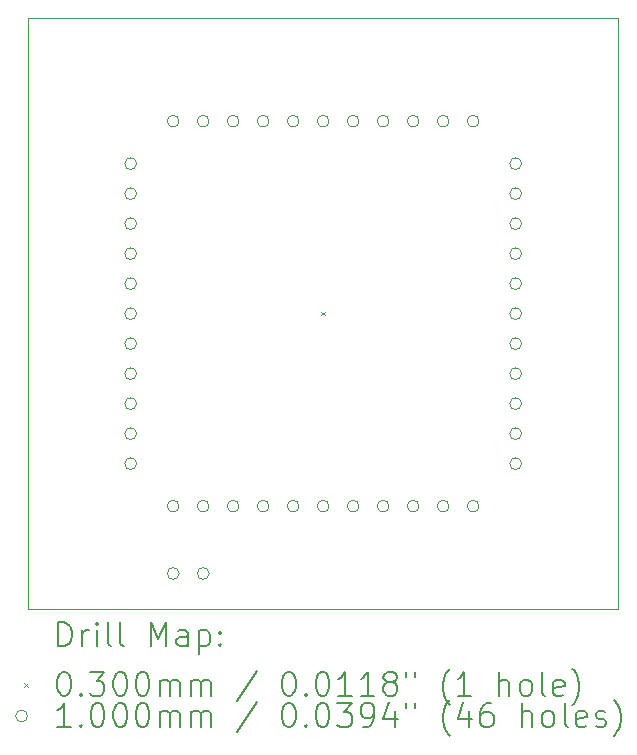
<source format=gbr>
%TF.GenerationSoftware,KiCad,Pcbnew,8.0.8*%
%TF.CreationDate,2025-02-12T12:16:03+09:00*%
%TF.ProjectId,OpenMPW-TR10,4f70656e-4d50-4572-9d54-5231302e6b69,rev?*%
%TF.SameCoordinates,Original*%
%TF.FileFunction,Drillmap*%
%TF.FilePolarity,Positive*%
%FSLAX45Y45*%
G04 Gerber Fmt 4.5, Leading zero omitted, Abs format (unit mm)*
G04 Created by KiCad (PCBNEW 8.0.8) date 2025-02-12 12:16:03*
%MOMM*%
%LPD*%
G01*
G04 APERTURE LIST*
%ADD10C,0.050000*%
%ADD11C,0.200000*%
%ADD12C,0.100000*%
G04 APERTURE END LIST*
D10*
X12500000Y-7500000D02*
X17500000Y-7500000D01*
X17500000Y-12500000D01*
X12500000Y-12500000D01*
X12500000Y-7500000D01*
D11*
D12*
X14985000Y-9985000D02*
X15015000Y-10015000D01*
X15015000Y-9985000D02*
X14985000Y-10015000D01*
X13420000Y-8730000D02*
G75*
G02*
X13320000Y-8730000I-50000J0D01*
G01*
X13320000Y-8730000D02*
G75*
G02*
X13420000Y-8730000I50000J0D01*
G01*
X13420000Y-8984000D02*
G75*
G02*
X13320000Y-8984000I-50000J0D01*
G01*
X13320000Y-8984000D02*
G75*
G02*
X13420000Y-8984000I50000J0D01*
G01*
X13420000Y-9238000D02*
G75*
G02*
X13320000Y-9238000I-50000J0D01*
G01*
X13320000Y-9238000D02*
G75*
G02*
X13420000Y-9238000I50000J0D01*
G01*
X13420000Y-9492000D02*
G75*
G02*
X13320000Y-9492000I-50000J0D01*
G01*
X13320000Y-9492000D02*
G75*
G02*
X13420000Y-9492000I50000J0D01*
G01*
X13420000Y-9746000D02*
G75*
G02*
X13320000Y-9746000I-50000J0D01*
G01*
X13320000Y-9746000D02*
G75*
G02*
X13420000Y-9746000I50000J0D01*
G01*
X13420000Y-10000000D02*
G75*
G02*
X13320000Y-10000000I-50000J0D01*
G01*
X13320000Y-10000000D02*
G75*
G02*
X13420000Y-10000000I50000J0D01*
G01*
X13420000Y-10254000D02*
G75*
G02*
X13320000Y-10254000I-50000J0D01*
G01*
X13320000Y-10254000D02*
G75*
G02*
X13420000Y-10254000I50000J0D01*
G01*
X13420000Y-10508000D02*
G75*
G02*
X13320000Y-10508000I-50000J0D01*
G01*
X13320000Y-10508000D02*
G75*
G02*
X13420000Y-10508000I50000J0D01*
G01*
X13420000Y-10762000D02*
G75*
G02*
X13320000Y-10762000I-50000J0D01*
G01*
X13320000Y-10762000D02*
G75*
G02*
X13420000Y-10762000I50000J0D01*
G01*
X13420000Y-11016000D02*
G75*
G02*
X13320000Y-11016000I-50000J0D01*
G01*
X13320000Y-11016000D02*
G75*
G02*
X13420000Y-11016000I50000J0D01*
G01*
X13420000Y-11270000D02*
G75*
G02*
X13320000Y-11270000I-50000J0D01*
G01*
X13320000Y-11270000D02*
G75*
G02*
X13420000Y-11270000I50000J0D01*
G01*
X13780000Y-8370000D02*
G75*
G02*
X13680000Y-8370000I-50000J0D01*
G01*
X13680000Y-8370000D02*
G75*
G02*
X13780000Y-8370000I50000J0D01*
G01*
X13780000Y-11630000D02*
G75*
G02*
X13680000Y-11630000I-50000J0D01*
G01*
X13680000Y-11630000D02*
G75*
G02*
X13780000Y-11630000I50000J0D01*
G01*
X13780000Y-12200000D02*
G75*
G02*
X13680000Y-12200000I-50000J0D01*
G01*
X13680000Y-12200000D02*
G75*
G02*
X13780000Y-12200000I50000J0D01*
G01*
X14034000Y-8370000D02*
G75*
G02*
X13934000Y-8370000I-50000J0D01*
G01*
X13934000Y-8370000D02*
G75*
G02*
X14034000Y-8370000I50000J0D01*
G01*
X14034000Y-11630000D02*
G75*
G02*
X13934000Y-11630000I-50000J0D01*
G01*
X13934000Y-11630000D02*
G75*
G02*
X14034000Y-11630000I50000J0D01*
G01*
X14034000Y-12200000D02*
G75*
G02*
X13934000Y-12200000I-50000J0D01*
G01*
X13934000Y-12200000D02*
G75*
G02*
X14034000Y-12200000I50000J0D01*
G01*
X14288000Y-8370000D02*
G75*
G02*
X14188000Y-8370000I-50000J0D01*
G01*
X14188000Y-8370000D02*
G75*
G02*
X14288000Y-8370000I50000J0D01*
G01*
X14288000Y-11630000D02*
G75*
G02*
X14188000Y-11630000I-50000J0D01*
G01*
X14188000Y-11630000D02*
G75*
G02*
X14288000Y-11630000I50000J0D01*
G01*
X14542000Y-8370000D02*
G75*
G02*
X14442000Y-8370000I-50000J0D01*
G01*
X14442000Y-8370000D02*
G75*
G02*
X14542000Y-8370000I50000J0D01*
G01*
X14542000Y-11630000D02*
G75*
G02*
X14442000Y-11630000I-50000J0D01*
G01*
X14442000Y-11630000D02*
G75*
G02*
X14542000Y-11630000I50000J0D01*
G01*
X14796000Y-8370000D02*
G75*
G02*
X14696000Y-8370000I-50000J0D01*
G01*
X14696000Y-8370000D02*
G75*
G02*
X14796000Y-8370000I50000J0D01*
G01*
X14796000Y-11630000D02*
G75*
G02*
X14696000Y-11630000I-50000J0D01*
G01*
X14696000Y-11630000D02*
G75*
G02*
X14796000Y-11630000I50000J0D01*
G01*
X15050000Y-8370000D02*
G75*
G02*
X14950000Y-8370000I-50000J0D01*
G01*
X14950000Y-8370000D02*
G75*
G02*
X15050000Y-8370000I50000J0D01*
G01*
X15050000Y-11630000D02*
G75*
G02*
X14950000Y-11630000I-50000J0D01*
G01*
X14950000Y-11630000D02*
G75*
G02*
X15050000Y-11630000I50000J0D01*
G01*
X15304000Y-8370000D02*
G75*
G02*
X15204000Y-8370000I-50000J0D01*
G01*
X15204000Y-8370000D02*
G75*
G02*
X15304000Y-8370000I50000J0D01*
G01*
X15304000Y-11630000D02*
G75*
G02*
X15204000Y-11630000I-50000J0D01*
G01*
X15204000Y-11630000D02*
G75*
G02*
X15304000Y-11630000I50000J0D01*
G01*
X15558000Y-8370000D02*
G75*
G02*
X15458000Y-8370000I-50000J0D01*
G01*
X15458000Y-8370000D02*
G75*
G02*
X15558000Y-8370000I50000J0D01*
G01*
X15558000Y-11630000D02*
G75*
G02*
X15458000Y-11630000I-50000J0D01*
G01*
X15458000Y-11630000D02*
G75*
G02*
X15558000Y-11630000I50000J0D01*
G01*
X15812000Y-8370000D02*
G75*
G02*
X15712000Y-8370000I-50000J0D01*
G01*
X15712000Y-8370000D02*
G75*
G02*
X15812000Y-8370000I50000J0D01*
G01*
X15812000Y-11630000D02*
G75*
G02*
X15712000Y-11630000I-50000J0D01*
G01*
X15712000Y-11630000D02*
G75*
G02*
X15812000Y-11630000I50000J0D01*
G01*
X16066000Y-8370000D02*
G75*
G02*
X15966000Y-8370000I-50000J0D01*
G01*
X15966000Y-8370000D02*
G75*
G02*
X16066000Y-8370000I50000J0D01*
G01*
X16066000Y-11630000D02*
G75*
G02*
X15966000Y-11630000I-50000J0D01*
G01*
X15966000Y-11630000D02*
G75*
G02*
X16066000Y-11630000I50000J0D01*
G01*
X16320000Y-8370000D02*
G75*
G02*
X16220000Y-8370000I-50000J0D01*
G01*
X16220000Y-8370000D02*
G75*
G02*
X16320000Y-8370000I50000J0D01*
G01*
X16320000Y-11630000D02*
G75*
G02*
X16220000Y-11630000I-50000J0D01*
G01*
X16220000Y-11630000D02*
G75*
G02*
X16320000Y-11630000I50000J0D01*
G01*
X16680000Y-8730000D02*
G75*
G02*
X16580000Y-8730000I-50000J0D01*
G01*
X16580000Y-8730000D02*
G75*
G02*
X16680000Y-8730000I50000J0D01*
G01*
X16680000Y-8984000D02*
G75*
G02*
X16580000Y-8984000I-50000J0D01*
G01*
X16580000Y-8984000D02*
G75*
G02*
X16680000Y-8984000I50000J0D01*
G01*
X16680000Y-9238000D02*
G75*
G02*
X16580000Y-9238000I-50000J0D01*
G01*
X16580000Y-9238000D02*
G75*
G02*
X16680000Y-9238000I50000J0D01*
G01*
X16680000Y-9492000D02*
G75*
G02*
X16580000Y-9492000I-50000J0D01*
G01*
X16580000Y-9492000D02*
G75*
G02*
X16680000Y-9492000I50000J0D01*
G01*
X16680000Y-9746000D02*
G75*
G02*
X16580000Y-9746000I-50000J0D01*
G01*
X16580000Y-9746000D02*
G75*
G02*
X16680000Y-9746000I50000J0D01*
G01*
X16680000Y-10000000D02*
G75*
G02*
X16580000Y-10000000I-50000J0D01*
G01*
X16580000Y-10000000D02*
G75*
G02*
X16680000Y-10000000I50000J0D01*
G01*
X16680000Y-10254000D02*
G75*
G02*
X16580000Y-10254000I-50000J0D01*
G01*
X16580000Y-10254000D02*
G75*
G02*
X16680000Y-10254000I50000J0D01*
G01*
X16680000Y-10508000D02*
G75*
G02*
X16580000Y-10508000I-50000J0D01*
G01*
X16580000Y-10508000D02*
G75*
G02*
X16680000Y-10508000I50000J0D01*
G01*
X16680000Y-10762000D02*
G75*
G02*
X16580000Y-10762000I-50000J0D01*
G01*
X16580000Y-10762000D02*
G75*
G02*
X16680000Y-10762000I50000J0D01*
G01*
X16680000Y-11016000D02*
G75*
G02*
X16580000Y-11016000I-50000J0D01*
G01*
X16580000Y-11016000D02*
G75*
G02*
X16680000Y-11016000I50000J0D01*
G01*
X16680000Y-11270000D02*
G75*
G02*
X16580000Y-11270000I-50000J0D01*
G01*
X16580000Y-11270000D02*
G75*
G02*
X16680000Y-11270000I50000J0D01*
G01*
D11*
X12758277Y-12813984D02*
X12758277Y-12613984D01*
X12758277Y-12613984D02*
X12805896Y-12613984D01*
X12805896Y-12613984D02*
X12834467Y-12623508D01*
X12834467Y-12623508D02*
X12853515Y-12642555D01*
X12853515Y-12642555D02*
X12863039Y-12661603D01*
X12863039Y-12661603D02*
X12872562Y-12699698D01*
X12872562Y-12699698D02*
X12872562Y-12728269D01*
X12872562Y-12728269D02*
X12863039Y-12766365D01*
X12863039Y-12766365D02*
X12853515Y-12785412D01*
X12853515Y-12785412D02*
X12834467Y-12804460D01*
X12834467Y-12804460D02*
X12805896Y-12813984D01*
X12805896Y-12813984D02*
X12758277Y-12813984D01*
X12958277Y-12813984D02*
X12958277Y-12680650D01*
X12958277Y-12718746D02*
X12967801Y-12699698D01*
X12967801Y-12699698D02*
X12977324Y-12690174D01*
X12977324Y-12690174D02*
X12996372Y-12680650D01*
X12996372Y-12680650D02*
X13015420Y-12680650D01*
X13082086Y-12813984D02*
X13082086Y-12680650D01*
X13082086Y-12613984D02*
X13072562Y-12623508D01*
X13072562Y-12623508D02*
X13082086Y-12633031D01*
X13082086Y-12633031D02*
X13091610Y-12623508D01*
X13091610Y-12623508D02*
X13082086Y-12613984D01*
X13082086Y-12613984D02*
X13082086Y-12633031D01*
X13205896Y-12813984D02*
X13186848Y-12804460D01*
X13186848Y-12804460D02*
X13177324Y-12785412D01*
X13177324Y-12785412D02*
X13177324Y-12613984D01*
X13310658Y-12813984D02*
X13291610Y-12804460D01*
X13291610Y-12804460D02*
X13282086Y-12785412D01*
X13282086Y-12785412D02*
X13282086Y-12613984D01*
X13539229Y-12813984D02*
X13539229Y-12613984D01*
X13539229Y-12613984D02*
X13605896Y-12756841D01*
X13605896Y-12756841D02*
X13672562Y-12613984D01*
X13672562Y-12613984D02*
X13672562Y-12813984D01*
X13853515Y-12813984D02*
X13853515Y-12709222D01*
X13853515Y-12709222D02*
X13843991Y-12690174D01*
X13843991Y-12690174D02*
X13824943Y-12680650D01*
X13824943Y-12680650D02*
X13786848Y-12680650D01*
X13786848Y-12680650D02*
X13767801Y-12690174D01*
X13853515Y-12804460D02*
X13834467Y-12813984D01*
X13834467Y-12813984D02*
X13786848Y-12813984D01*
X13786848Y-12813984D02*
X13767801Y-12804460D01*
X13767801Y-12804460D02*
X13758277Y-12785412D01*
X13758277Y-12785412D02*
X13758277Y-12766365D01*
X13758277Y-12766365D02*
X13767801Y-12747317D01*
X13767801Y-12747317D02*
X13786848Y-12737793D01*
X13786848Y-12737793D02*
X13834467Y-12737793D01*
X13834467Y-12737793D02*
X13853515Y-12728269D01*
X13948753Y-12680650D02*
X13948753Y-12880650D01*
X13948753Y-12690174D02*
X13967801Y-12680650D01*
X13967801Y-12680650D02*
X14005896Y-12680650D01*
X14005896Y-12680650D02*
X14024943Y-12690174D01*
X14024943Y-12690174D02*
X14034467Y-12699698D01*
X14034467Y-12699698D02*
X14043991Y-12718746D01*
X14043991Y-12718746D02*
X14043991Y-12775888D01*
X14043991Y-12775888D02*
X14034467Y-12794936D01*
X14034467Y-12794936D02*
X14024943Y-12804460D01*
X14024943Y-12804460D02*
X14005896Y-12813984D01*
X14005896Y-12813984D02*
X13967801Y-12813984D01*
X13967801Y-12813984D02*
X13948753Y-12804460D01*
X14129705Y-12794936D02*
X14139229Y-12804460D01*
X14139229Y-12804460D02*
X14129705Y-12813984D01*
X14129705Y-12813984D02*
X14120182Y-12804460D01*
X14120182Y-12804460D02*
X14129705Y-12794936D01*
X14129705Y-12794936D02*
X14129705Y-12813984D01*
X14129705Y-12690174D02*
X14139229Y-12699698D01*
X14139229Y-12699698D02*
X14129705Y-12709222D01*
X14129705Y-12709222D02*
X14120182Y-12699698D01*
X14120182Y-12699698D02*
X14129705Y-12690174D01*
X14129705Y-12690174D02*
X14129705Y-12709222D01*
D12*
X12467500Y-13127500D02*
X12497500Y-13157500D01*
X12497500Y-13127500D02*
X12467500Y-13157500D01*
D11*
X12796372Y-13033984D02*
X12815420Y-13033984D01*
X12815420Y-13033984D02*
X12834467Y-13043508D01*
X12834467Y-13043508D02*
X12843991Y-13053031D01*
X12843991Y-13053031D02*
X12853515Y-13072079D01*
X12853515Y-13072079D02*
X12863039Y-13110174D01*
X12863039Y-13110174D02*
X12863039Y-13157793D01*
X12863039Y-13157793D02*
X12853515Y-13195888D01*
X12853515Y-13195888D02*
X12843991Y-13214936D01*
X12843991Y-13214936D02*
X12834467Y-13224460D01*
X12834467Y-13224460D02*
X12815420Y-13233984D01*
X12815420Y-13233984D02*
X12796372Y-13233984D01*
X12796372Y-13233984D02*
X12777324Y-13224460D01*
X12777324Y-13224460D02*
X12767801Y-13214936D01*
X12767801Y-13214936D02*
X12758277Y-13195888D01*
X12758277Y-13195888D02*
X12748753Y-13157793D01*
X12748753Y-13157793D02*
X12748753Y-13110174D01*
X12748753Y-13110174D02*
X12758277Y-13072079D01*
X12758277Y-13072079D02*
X12767801Y-13053031D01*
X12767801Y-13053031D02*
X12777324Y-13043508D01*
X12777324Y-13043508D02*
X12796372Y-13033984D01*
X12948753Y-13214936D02*
X12958277Y-13224460D01*
X12958277Y-13224460D02*
X12948753Y-13233984D01*
X12948753Y-13233984D02*
X12939229Y-13224460D01*
X12939229Y-13224460D02*
X12948753Y-13214936D01*
X12948753Y-13214936D02*
X12948753Y-13233984D01*
X13024943Y-13033984D02*
X13148753Y-13033984D01*
X13148753Y-13033984D02*
X13082086Y-13110174D01*
X13082086Y-13110174D02*
X13110658Y-13110174D01*
X13110658Y-13110174D02*
X13129705Y-13119698D01*
X13129705Y-13119698D02*
X13139229Y-13129222D01*
X13139229Y-13129222D02*
X13148753Y-13148269D01*
X13148753Y-13148269D02*
X13148753Y-13195888D01*
X13148753Y-13195888D02*
X13139229Y-13214936D01*
X13139229Y-13214936D02*
X13129705Y-13224460D01*
X13129705Y-13224460D02*
X13110658Y-13233984D01*
X13110658Y-13233984D02*
X13053515Y-13233984D01*
X13053515Y-13233984D02*
X13034467Y-13224460D01*
X13034467Y-13224460D02*
X13024943Y-13214936D01*
X13272562Y-13033984D02*
X13291610Y-13033984D01*
X13291610Y-13033984D02*
X13310658Y-13043508D01*
X13310658Y-13043508D02*
X13320182Y-13053031D01*
X13320182Y-13053031D02*
X13329705Y-13072079D01*
X13329705Y-13072079D02*
X13339229Y-13110174D01*
X13339229Y-13110174D02*
X13339229Y-13157793D01*
X13339229Y-13157793D02*
X13329705Y-13195888D01*
X13329705Y-13195888D02*
X13320182Y-13214936D01*
X13320182Y-13214936D02*
X13310658Y-13224460D01*
X13310658Y-13224460D02*
X13291610Y-13233984D01*
X13291610Y-13233984D02*
X13272562Y-13233984D01*
X13272562Y-13233984D02*
X13253515Y-13224460D01*
X13253515Y-13224460D02*
X13243991Y-13214936D01*
X13243991Y-13214936D02*
X13234467Y-13195888D01*
X13234467Y-13195888D02*
X13224943Y-13157793D01*
X13224943Y-13157793D02*
X13224943Y-13110174D01*
X13224943Y-13110174D02*
X13234467Y-13072079D01*
X13234467Y-13072079D02*
X13243991Y-13053031D01*
X13243991Y-13053031D02*
X13253515Y-13043508D01*
X13253515Y-13043508D02*
X13272562Y-13033984D01*
X13463039Y-13033984D02*
X13482086Y-13033984D01*
X13482086Y-13033984D02*
X13501134Y-13043508D01*
X13501134Y-13043508D02*
X13510658Y-13053031D01*
X13510658Y-13053031D02*
X13520182Y-13072079D01*
X13520182Y-13072079D02*
X13529705Y-13110174D01*
X13529705Y-13110174D02*
X13529705Y-13157793D01*
X13529705Y-13157793D02*
X13520182Y-13195888D01*
X13520182Y-13195888D02*
X13510658Y-13214936D01*
X13510658Y-13214936D02*
X13501134Y-13224460D01*
X13501134Y-13224460D02*
X13482086Y-13233984D01*
X13482086Y-13233984D02*
X13463039Y-13233984D01*
X13463039Y-13233984D02*
X13443991Y-13224460D01*
X13443991Y-13224460D02*
X13434467Y-13214936D01*
X13434467Y-13214936D02*
X13424943Y-13195888D01*
X13424943Y-13195888D02*
X13415420Y-13157793D01*
X13415420Y-13157793D02*
X13415420Y-13110174D01*
X13415420Y-13110174D02*
X13424943Y-13072079D01*
X13424943Y-13072079D02*
X13434467Y-13053031D01*
X13434467Y-13053031D02*
X13443991Y-13043508D01*
X13443991Y-13043508D02*
X13463039Y-13033984D01*
X13615420Y-13233984D02*
X13615420Y-13100650D01*
X13615420Y-13119698D02*
X13624943Y-13110174D01*
X13624943Y-13110174D02*
X13643991Y-13100650D01*
X13643991Y-13100650D02*
X13672563Y-13100650D01*
X13672563Y-13100650D02*
X13691610Y-13110174D01*
X13691610Y-13110174D02*
X13701134Y-13129222D01*
X13701134Y-13129222D02*
X13701134Y-13233984D01*
X13701134Y-13129222D02*
X13710658Y-13110174D01*
X13710658Y-13110174D02*
X13729705Y-13100650D01*
X13729705Y-13100650D02*
X13758277Y-13100650D01*
X13758277Y-13100650D02*
X13777324Y-13110174D01*
X13777324Y-13110174D02*
X13786848Y-13129222D01*
X13786848Y-13129222D02*
X13786848Y-13233984D01*
X13882086Y-13233984D02*
X13882086Y-13100650D01*
X13882086Y-13119698D02*
X13891610Y-13110174D01*
X13891610Y-13110174D02*
X13910658Y-13100650D01*
X13910658Y-13100650D02*
X13939229Y-13100650D01*
X13939229Y-13100650D02*
X13958277Y-13110174D01*
X13958277Y-13110174D02*
X13967801Y-13129222D01*
X13967801Y-13129222D02*
X13967801Y-13233984D01*
X13967801Y-13129222D02*
X13977324Y-13110174D01*
X13977324Y-13110174D02*
X13996372Y-13100650D01*
X13996372Y-13100650D02*
X14024943Y-13100650D01*
X14024943Y-13100650D02*
X14043991Y-13110174D01*
X14043991Y-13110174D02*
X14053515Y-13129222D01*
X14053515Y-13129222D02*
X14053515Y-13233984D01*
X14443991Y-13024460D02*
X14272563Y-13281603D01*
X14701134Y-13033984D02*
X14720182Y-13033984D01*
X14720182Y-13033984D02*
X14739229Y-13043508D01*
X14739229Y-13043508D02*
X14748753Y-13053031D01*
X14748753Y-13053031D02*
X14758277Y-13072079D01*
X14758277Y-13072079D02*
X14767801Y-13110174D01*
X14767801Y-13110174D02*
X14767801Y-13157793D01*
X14767801Y-13157793D02*
X14758277Y-13195888D01*
X14758277Y-13195888D02*
X14748753Y-13214936D01*
X14748753Y-13214936D02*
X14739229Y-13224460D01*
X14739229Y-13224460D02*
X14720182Y-13233984D01*
X14720182Y-13233984D02*
X14701134Y-13233984D01*
X14701134Y-13233984D02*
X14682086Y-13224460D01*
X14682086Y-13224460D02*
X14672563Y-13214936D01*
X14672563Y-13214936D02*
X14663039Y-13195888D01*
X14663039Y-13195888D02*
X14653515Y-13157793D01*
X14653515Y-13157793D02*
X14653515Y-13110174D01*
X14653515Y-13110174D02*
X14663039Y-13072079D01*
X14663039Y-13072079D02*
X14672563Y-13053031D01*
X14672563Y-13053031D02*
X14682086Y-13043508D01*
X14682086Y-13043508D02*
X14701134Y-13033984D01*
X14853515Y-13214936D02*
X14863039Y-13224460D01*
X14863039Y-13224460D02*
X14853515Y-13233984D01*
X14853515Y-13233984D02*
X14843991Y-13224460D01*
X14843991Y-13224460D02*
X14853515Y-13214936D01*
X14853515Y-13214936D02*
X14853515Y-13233984D01*
X14986848Y-13033984D02*
X15005896Y-13033984D01*
X15005896Y-13033984D02*
X15024944Y-13043508D01*
X15024944Y-13043508D02*
X15034467Y-13053031D01*
X15034467Y-13053031D02*
X15043991Y-13072079D01*
X15043991Y-13072079D02*
X15053515Y-13110174D01*
X15053515Y-13110174D02*
X15053515Y-13157793D01*
X15053515Y-13157793D02*
X15043991Y-13195888D01*
X15043991Y-13195888D02*
X15034467Y-13214936D01*
X15034467Y-13214936D02*
X15024944Y-13224460D01*
X15024944Y-13224460D02*
X15005896Y-13233984D01*
X15005896Y-13233984D02*
X14986848Y-13233984D01*
X14986848Y-13233984D02*
X14967801Y-13224460D01*
X14967801Y-13224460D02*
X14958277Y-13214936D01*
X14958277Y-13214936D02*
X14948753Y-13195888D01*
X14948753Y-13195888D02*
X14939229Y-13157793D01*
X14939229Y-13157793D02*
X14939229Y-13110174D01*
X14939229Y-13110174D02*
X14948753Y-13072079D01*
X14948753Y-13072079D02*
X14958277Y-13053031D01*
X14958277Y-13053031D02*
X14967801Y-13043508D01*
X14967801Y-13043508D02*
X14986848Y-13033984D01*
X15243991Y-13233984D02*
X15129706Y-13233984D01*
X15186848Y-13233984D02*
X15186848Y-13033984D01*
X15186848Y-13033984D02*
X15167801Y-13062555D01*
X15167801Y-13062555D02*
X15148753Y-13081603D01*
X15148753Y-13081603D02*
X15129706Y-13091127D01*
X15434467Y-13233984D02*
X15320182Y-13233984D01*
X15377325Y-13233984D02*
X15377325Y-13033984D01*
X15377325Y-13033984D02*
X15358277Y-13062555D01*
X15358277Y-13062555D02*
X15339229Y-13081603D01*
X15339229Y-13081603D02*
X15320182Y-13091127D01*
X15548753Y-13119698D02*
X15529706Y-13110174D01*
X15529706Y-13110174D02*
X15520182Y-13100650D01*
X15520182Y-13100650D02*
X15510658Y-13081603D01*
X15510658Y-13081603D02*
X15510658Y-13072079D01*
X15510658Y-13072079D02*
X15520182Y-13053031D01*
X15520182Y-13053031D02*
X15529706Y-13043508D01*
X15529706Y-13043508D02*
X15548753Y-13033984D01*
X15548753Y-13033984D02*
X15586848Y-13033984D01*
X15586848Y-13033984D02*
X15605896Y-13043508D01*
X15605896Y-13043508D02*
X15615420Y-13053031D01*
X15615420Y-13053031D02*
X15624944Y-13072079D01*
X15624944Y-13072079D02*
X15624944Y-13081603D01*
X15624944Y-13081603D02*
X15615420Y-13100650D01*
X15615420Y-13100650D02*
X15605896Y-13110174D01*
X15605896Y-13110174D02*
X15586848Y-13119698D01*
X15586848Y-13119698D02*
X15548753Y-13119698D01*
X15548753Y-13119698D02*
X15529706Y-13129222D01*
X15529706Y-13129222D02*
X15520182Y-13138746D01*
X15520182Y-13138746D02*
X15510658Y-13157793D01*
X15510658Y-13157793D02*
X15510658Y-13195888D01*
X15510658Y-13195888D02*
X15520182Y-13214936D01*
X15520182Y-13214936D02*
X15529706Y-13224460D01*
X15529706Y-13224460D02*
X15548753Y-13233984D01*
X15548753Y-13233984D02*
X15586848Y-13233984D01*
X15586848Y-13233984D02*
X15605896Y-13224460D01*
X15605896Y-13224460D02*
X15615420Y-13214936D01*
X15615420Y-13214936D02*
X15624944Y-13195888D01*
X15624944Y-13195888D02*
X15624944Y-13157793D01*
X15624944Y-13157793D02*
X15615420Y-13138746D01*
X15615420Y-13138746D02*
X15605896Y-13129222D01*
X15605896Y-13129222D02*
X15586848Y-13119698D01*
X15701134Y-13033984D02*
X15701134Y-13072079D01*
X15777325Y-13033984D02*
X15777325Y-13072079D01*
X16072563Y-13310174D02*
X16063039Y-13300650D01*
X16063039Y-13300650D02*
X16043991Y-13272079D01*
X16043991Y-13272079D02*
X16034468Y-13253031D01*
X16034468Y-13253031D02*
X16024944Y-13224460D01*
X16024944Y-13224460D02*
X16015420Y-13176841D01*
X16015420Y-13176841D02*
X16015420Y-13138746D01*
X16015420Y-13138746D02*
X16024944Y-13091127D01*
X16024944Y-13091127D02*
X16034468Y-13062555D01*
X16034468Y-13062555D02*
X16043991Y-13043508D01*
X16043991Y-13043508D02*
X16063039Y-13014936D01*
X16063039Y-13014936D02*
X16072563Y-13005412D01*
X16253515Y-13233984D02*
X16139229Y-13233984D01*
X16196372Y-13233984D02*
X16196372Y-13033984D01*
X16196372Y-13033984D02*
X16177325Y-13062555D01*
X16177325Y-13062555D02*
X16158277Y-13081603D01*
X16158277Y-13081603D02*
X16139229Y-13091127D01*
X16491610Y-13233984D02*
X16491610Y-13033984D01*
X16577325Y-13233984D02*
X16577325Y-13129222D01*
X16577325Y-13129222D02*
X16567801Y-13110174D01*
X16567801Y-13110174D02*
X16548753Y-13100650D01*
X16548753Y-13100650D02*
X16520182Y-13100650D01*
X16520182Y-13100650D02*
X16501134Y-13110174D01*
X16501134Y-13110174D02*
X16491610Y-13119698D01*
X16701134Y-13233984D02*
X16682087Y-13224460D01*
X16682087Y-13224460D02*
X16672563Y-13214936D01*
X16672563Y-13214936D02*
X16663039Y-13195888D01*
X16663039Y-13195888D02*
X16663039Y-13138746D01*
X16663039Y-13138746D02*
X16672563Y-13119698D01*
X16672563Y-13119698D02*
X16682087Y-13110174D01*
X16682087Y-13110174D02*
X16701134Y-13100650D01*
X16701134Y-13100650D02*
X16729706Y-13100650D01*
X16729706Y-13100650D02*
X16748753Y-13110174D01*
X16748753Y-13110174D02*
X16758277Y-13119698D01*
X16758277Y-13119698D02*
X16767801Y-13138746D01*
X16767801Y-13138746D02*
X16767801Y-13195888D01*
X16767801Y-13195888D02*
X16758277Y-13214936D01*
X16758277Y-13214936D02*
X16748753Y-13224460D01*
X16748753Y-13224460D02*
X16729706Y-13233984D01*
X16729706Y-13233984D02*
X16701134Y-13233984D01*
X16882087Y-13233984D02*
X16863039Y-13224460D01*
X16863039Y-13224460D02*
X16853515Y-13205412D01*
X16853515Y-13205412D02*
X16853515Y-13033984D01*
X17034468Y-13224460D02*
X17015420Y-13233984D01*
X17015420Y-13233984D02*
X16977325Y-13233984D01*
X16977325Y-13233984D02*
X16958277Y-13224460D01*
X16958277Y-13224460D02*
X16948753Y-13205412D01*
X16948753Y-13205412D02*
X16948753Y-13129222D01*
X16948753Y-13129222D02*
X16958277Y-13110174D01*
X16958277Y-13110174D02*
X16977325Y-13100650D01*
X16977325Y-13100650D02*
X17015420Y-13100650D01*
X17015420Y-13100650D02*
X17034468Y-13110174D01*
X17034468Y-13110174D02*
X17043992Y-13129222D01*
X17043992Y-13129222D02*
X17043992Y-13148269D01*
X17043992Y-13148269D02*
X16948753Y-13167317D01*
X17110658Y-13310174D02*
X17120182Y-13300650D01*
X17120182Y-13300650D02*
X17139230Y-13272079D01*
X17139230Y-13272079D02*
X17148753Y-13253031D01*
X17148753Y-13253031D02*
X17158277Y-13224460D01*
X17158277Y-13224460D02*
X17167801Y-13176841D01*
X17167801Y-13176841D02*
X17167801Y-13138746D01*
X17167801Y-13138746D02*
X17158277Y-13091127D01*
X17158277Y-13091127D02*
X17148753Y-13062555D01*
X17148753Y-13062555D02*
X17139230Y-13043508D01*
X17139230Y-13043508D02*
X17120182Y-13014936D01*
X17120182Y-13014936D02*
X17110658Y-13005412D01*
D12*
X12497500Y-13406500D02*
G75*
G02*
X12397500Y-13406500I-50000J0D01*
G01*
X12397500Y-13406500D02*
G75*
G02*
X12497500Y-13406500I50000J0D01*
G01*
D11*
X12863039Y-13497984D02*
X12748753Y-13497984D01*
X12805896Y-13497984D02*
X12805896Y-13297984D01*
X12805896Y-13297984D02*
X12786848Y-13326555D01*
X12786848Y-13326555D02*
X12767801Y-13345603D01*
X12767801Y-13345603D02*
X12748753Y-13355127D01*
X12948753Y-13478936D02*
X12958277Y-13488460D01*
X12958277Y-13488460D02*
X12948753Y-13497984D01*
X12948753Y-13497984D02*
X12939229Y-13488460D01*
X12939229Y-13488460D02*
X12948753Y-13478936D01*
X12948753Y-13478936D02*
X12948753Y-13497984D01*
X13082086Y-13297984D02*
X13101134Y-13297984D01*
X13101134Y-13297984D02*
X13120182Y-13307508D01*
X13120182Y-13307508D02*
X13129705Y-13317031D01*
X13129705Y-13317031D02*
X13139229Y-13336079D01*
X13139229Y-13336079D02*
X13148753Y-13374174D01*
X13148753Y-13374174D02*
X13148753Y-13421793D01*
X13148753Y-13421793D02*
X13139229Y-13459888D01*
X13139229Y-13459888D02*
X13129705Y-13478936D01*
X13129705Y-13478936D02*
X13120182Y-13488460D01*
X13120182Y-13488460D02*
X13101134Y-13497984D01*
X13101134Y-13497984D02*
X13082086Y-13497984D01*
X13082086Y-13497984D02*
X13063039Y-13488460D01*
X13063039Y-13488460D02*
X13053515Y-13478936D01*
X13053515Y-13478936D02*
X13043991Y-13459888D01*
X13043991Y-13459888D02*
X13034467Y-13421793D01*
X13034467Y-13421793D02*
X13034467Y-13374174D01*
X13034467Y-13374174D02*
X13043991Y-13336079D01*
X13043991Y-13336079D02*
X13053515Y-13317031D01*
X13053515Y-13317031D02*
X13063039Y-13307508D01*
X13063039Y-13307508D02*
X13082086Y-13297984D01*
X13272562Y-13297984D02*
X13291610Y-13297984D01*
X13291610Y-13297984D02*
X13310658Y-13307508D01*
X13310658Y-13307508D02*
X13320182Y-13317031D01*
X13320182Y-13317031D02*
X13329705Y-13336079D01*
X13329705Y-13336079D02*
X13339229Y-13374174D01*
X13339229Y-13374174D02*
X13339229Y-13421793D01*
X13339229Y-13421793D02*
X13329705Y-13459888D01*
X13329705Y-13459888D02*
X13320182Y-13478936D01*
X13320182Y-13478936D02*
X13310658Y-13488460D01*
X13310658Y-13488460D02*
X13291610Y-13497984D01*
X13291610Y-13497984D02*
X13272562Y-13497984D01*
X13272562Y-13497984D02*
X13253515Y-13488460D01*
X13253515Y-13488460D02*
X13243991Y-13478936D01*
X13243991Y-13478936D02*
X13234467Y-13459888D01*
X13234467Y-13459888D02*
X13224943Y-13421793D01*
X13224943Y-13421793D02*
X13224943Y-13374174D01*
X13224943Y-13374174D02*
X13234467Y-13336079D01*
X13234467Y-13336079D02*
X13243991Y-13317031D01*
X13243991Y-13317031D02*
X13253515Y-13307508D01*
X13253515Y-13307508D02*
X13272562Y-13297984D01*
X13463039Y-13297984D02*
X13482086Y-13297984D01*
X13482086Y-13297984D02*
X13501134Y-13307508D01*
X13501134Y-13307508D02*
X13510658Y-13317031D01*
X13510658Y-13317031D02*
X13520182Y-13336079D01*
X13520182Y-13336079D02*
X13529705Y-13374174D01*
X13529705Y-13374174D02*
X13529705Y-13421793D01*
X13529705Y-13421793D02*
X13520182Y-13459888D01*
X13520182Y-13459888D02*
X13510658Y-13478936D01*
X13510658Y-13478936D02*
X13501134Y-13488460D01*
X13501134Y-13488460D02*
X13482086Y-13497984D01*
X13482086Y-13497984D02*
X13463039Y-13497984D01*
X13463039Y-13497984D02*
X13443991Y-13488460D01*
X13443991Y-13488460D02*
X13434467Y-13478936D01*
X13434467Y-13478936D02*
X13424943Y-13459888D01*
X13424943Y-13459888D02*
X13415420Y-13421793D01*
X13415420Y-13421793D02*
X13415420Y-13374174D01*
X13415420Y-13374174D02*
X13424943Y-13336079D01*
X13424943Y-13336079D02*
X13434467Y-13317031D01*
X13434467Y-13317031D02*
X13443991Y-13307508D01*
X13443991Y-13307508D02*
X13463039Y-13297984D01*
X13615420Y-13497984D02*
X13615420Y-13364650D01*
X13615420Y-13383698D02*
X13624943Y-13374174D01*
X13624943Y-13374174D02*
X13643991Y-13364650D01*
X13643991Y-13364650D02*
X13672563Y-13364650D01*
X13672563Y-13364650D02*
X13691610Y-13374174D01*
X13691610Y-13374174D02*
X13701134Y-13393222D01*
X13701134Y-13393222D02*
X13701134Y-13497984D01*
X13701134Y-13393222D02*
X13710658Y-13374174D01*
X13710658Y-13374174D02*
X13729705Y-13364650D01*
X13729705Y-13364650D02*
X13758277Y-13364650D01*
X13758277Y-13364650D02*
X13777324Y-13374174D01*
X13777324Y-13374174D02*
X13786848Y-13393222D01*
X13786848Y-13393222D02*
X13786848Y-13497984D01*
X13882086Y-13497984D02*
X13882086Y-13364650D01*
X13882086Y-13383698D02*
X13891610Y-13374174D01*
X13891610Y-13374174D02*
X13910658Y-13364650D01*
X13910658Y-13364650D02*
X13939229Y-13364650D01*
X13939229Y-13364650D02*
X13958277Y-13374174D01*
X13958277Y-13374174D02*
X13967801Y-13393222D01*
X13967801Y-13393222D02*
X13967801Y-13497984D01*
X13967801Y-13393222D02*
X13977324Y-13374174D01*
X13977324Y-13374174D02*
X13996372Y-13364650D01*
X13996372Y-13364650D02*
X14024943Y-13364650D01*
X14024943Y-13364650D02*
X14043991Y-13374174D01*
X14043991Y-13374174D02*
X14053515Y-13393222D01*
X14053515Y-13393222D02*
X14053515Y-13497984D01*
X14443991Y-13288460D02*
X14272563Y-13545603D01*
X14701134Y-13297984D02*
X14720182Y-13297984D01*
X14720182Y-13297984D02*
X14739229Y-13307508D01*
X14739229Y-13307508D02*
X14748753Y-13317031D01*
X14748753Y-13317031D02*
X14758277Y-13336079D01*
X14758277Y-13336079D02*
X14767801Y-13374174D01*
X14767801Y-13374174D02*
X14767801Y-13421793D01*
X14767801Y-13421793D02*
X14758277Y-13459888D01*
X14758277Y-13459888D02*
X14748753Y-13478936D01*
X14748753Y-13478936D02*
X14739229Y-13488460D01*
X14739229Y-13488460D02*
X14720182Y-13497984D01*
X14720182Y-13497984D02*
X14701134Y-13497984D01*
X14701134Y-13497984D02*
X14682086Y-13488460D01*
X14682086Y-13488460D02*
X14672563Y-13478936D01*
X14672563Y-13478936D02*
X14663039Y-13459888D01*
X14663039Y-13459888D02*
X14653515Y-13421793D01*
X14653515Y-13421793D02*
X14653515Y-13374174D01*
X14653515Y-13374174D02*
X14663039Y-13336079D01*
X14663039Y-13336079D02*
X14672563Y-13317031D01*
X14672563Y-13317031D02*
X14682086Y-13307508D01*
X14682086Y-13307508D02*
X14701134Y-13297984D01*
X14853515Y-13478936D02*
X14863039Y-13488460D01*
X14863039Y-13488460D02*
X14853515Y-13497984D01*
X14853515Y-13497984D02*
X14843991Y-13488460D01*
X14843991Y-13488460D02*
X14853515Y-13478936D01*
X14853515Y-13478936D02*
X14853515Y-13497984D01*
X14986848Y-13297984D02*
X15005896Y-13297984D01*
X15005896Y-13297984D02*
X15024944Y-13307508D01*
X15024944Y-13307508D02*
X15034467Y-13317031D01*
X15034467Y-13317031D02*
X15043991Y-13336079D01*
X15043991Y-13336079D02*
X15053515Y-13374174D01*
X15053515Y-13374174D02*
X15053515Y-13421793D01*
X15053515Y-13421793D02*
X15043991Y-13459888D01*
X15043991Y-13459888D02*
X15034467Y-13478936D01*
X15034467Y-13478936D02*
X15024944Y-13488460D01*
X15024944Y-13488460D02*
X15005896Y-13497984D01*
X15005896Y-13497984D02*
X14986848Y-13497984D01*
X14986848Y-13497984D02*
X14967801Y-13488460D01*
X14967801Y-13488460D02*
X14958277Y-13478936D01*
X14958277Y-13478936D02*
X14948753Y-13459888D01*
X14948753Y-13459888D02*
X14939229Y-13421793D01*
X14939229Y-13421793D02*
X14939229Y-13374174D01*
X14939229Y-13374174D02*
X14948753Y-13336079D01*
X14948753Y-13336079D02*
X14958277Y-13317031D01*
X14958277Y-13317031D02*
X14967801Y-13307508D01*
X14967801Y-13307508D02*
X14986848Y-13297984D01*
X15120182Y-13297984D02*
X15243991Y-13297984D01*
X15243991Y-13297984D02*
X15177325Y-13374174D01*
X15177325Y-13374174D02*
X15205896Y-13374174D01*
X15205896Y-13374174D02*
X15224944Y-13383698D01*
X15224944Y-13383698D02*
X15234467Y-13393222D01*
X15234467Y-13393222D02*
X15243991Y-13412269D01*
X15243991Y-13412269D02*
X15243991Y-13459888D01*
X15243991Y-13459888D02*
X15234467Y-13478936D01*
X15234467Y-13478936D02*
X15224944Y-13488460D01*
X15224944Y-13488460D02*
X15205896Y-13497984D01*
X15205896Y-13497984D02*
X15148753Y-13497984D01*
X15148753Y-13497984D02*
X15129706Y-13488460D01*
X15129706Y-13488460D02*
X15120182Y-13478936D01*
X15339229Y-13497984D02*
X15377325Y-13497984D01*
X15377325Y-13497984D02*
X15396372Y-13488460D01*
X15396372Y-13488460D02*
X15405896Y-13478936D01*
X15405896Y-13478936D02*
X15424944Y-13450365D01*
X15424944Y-13450365D02*
X15434467Y-13412269D01*
X15434467Y-13412269D02*
X15434467Y-13336079D01*
X15434467Y-13336079D02*
X15424944Y-13317031D01*
X15424944Y-13317031D02*
X15415420Y-13307508D01*
X15415420Y-13307508D02*
X15396372Y-13297984D01*
X15396372Y-13297984D02*
X15358277Y-13297984D01*
X15358277Y-13297984D02*
X15339229Y-13307508D01*
X15339229Y-13307508D02*
X15329706Y-13317031D01*
X15329706Y-13317031D02*
X15320182Y-13336079D01*
X15320182Y-13336079D02*
X15320182Y-13383698D01*
X15320182Y-13383698D02*
X15329706Y-13402746D01*
X15329706Y-13402746D02*
X15339229Y-13412269D01*
X15339229Y-13412269D02*
X15358277Y-13421793D01*
X15358277Y-13421793D02*
X15396372Y-13421793D01*
X15396372Y-13421793D02*
X15415420Y-13412269D01*
X15415420Y-13412269D02*
X15424944Y-13402746D01*
X15424944Y-13402746D02*
X15434467Y-13383698D01*
X15605896Y-13364650D02*
X15605896Y-13497984D01*
X15558277Y-13288460D02*
X15510658Y-13431317D01*
X15510658Y-13431317D02*
X15634467Y-13431317D01*
X15701134Y-13297984D02*
X15701134Y-13336079D01*
X15777325Y-13297984D02*
X15777325Y-13336079D01*
X16072563Y-13574174D02*
X16063039Y-13564650D01*
X16063039Y-13564650D02*
X16043991Y-13536079D01*
X16043991Y-13536079D02*
X16034468Y-13517031D01*
X16034468Y-13517031D02*
X16024944Y-13488460D01*
X16024944Y-13488460D02*
X16015420Y-13440841D01*
X16015420Y-13440841D02*
X16015420Y-13402746D01*
X16015420Y-13402746D02*
X16024944Y-13355127D01*
X16024944Y-13355127D02*
X16034468Y-13326555D01*
X16034468Y-13326555D02*
X16043991Y-13307508D01*
X16043991Y-13307508D02*
X16063039Y-13278936D01*
X16063039Y-13278936D02*
X16072563Y-13269412D01*
X16234468Y-13364650D02*
X16234468Y-13497984D01*
X16186848Y-13288460D02*
X16139229Y-13431317D01*
X16139229Y-13431317D02*
X16263039Y-13431317D01*
X16424944Y-13297984D02*
X16386848Y-13297984D01*
X16386848Y-13297984D02*
X16367801Y-13307508D01*
X16367801Y-13307508D02*
X16358277Y-13317031D01*
X16358277Y-13317031D02*
X16339229Y-13345603D01*
X16339229Y-13345603D02*
X16329706Y-13383698D01*
X16329706Y-13383698D02*
X16329706Y-13459888D01*
X16329706Y-13459888D02*
X16339229Y-13478936D01*
X16339229Y-13478936D02*
X16348753Y-13488460D01*
X16348753Y-13488460D02*
X16367801Y-13497984D01*
X16367801Y-13497984D02*
X16405896Y-13497984D01*
X16405896Y-13497984D02*
X16424944Y-13488460D01*
X16424944Y-13488460D02*
X16434468Y-13478936D01*
X16434468Y-13478936D02*
X16443991Y-13459888D01*
X16443991Y-13459888D02*
X16443991Y-13412269D01*
X16443991Y-13412269D02*
X16434468Y-13393222D01*
X16434468Y-13393222D02*
X16424944Y-13383698D01*
X16424944Y-13383698D02*
X16405896Y-13374174D01*
X16405896Y-13374174D02*
X16367801Y-13374174D01*
X16367801Y-13374174D02*
X16348753Y-13383698D01*
X16348753Y-13383698D02*
X16339229Y-13393222D01*
X16339229Y-13393222D02*
X16329706Y-13412269D01*
X16682087Y-13497984D02*
X16682087Y-13297984D01*
X16767801Y-13497984D02*
X16767801Y-13393222D01*
X16767801Y-13393222D02*
X16758277Y-13374174D01*
X16758277Y-13374174D02*
X16739230Y-13364650D01*
X16739230Y-13364650D02*
X16710658Y-13364650D01*
X16710658Y-13364650D02*
X16691610Y-13374174D01*
X16691610Y-13374174D02*
X16682087Y-13383698D01*
X16891611Y-13497984D02*
X16872563Y-13488460D01*
X16872563Y-13488460D02*
X16863039Y-13478936D01*
X16863039Y-13478936D02*
X16853515Y-13459888D01*
X16853515Y-13459888D02*
X16853515Y-13402746D01*
X16853515Y-13402746D02*
X16863039Y-13383698D01*
X16863039Y-13383698D02*
X16872563Y-13374174D01*
X16872563Y-13374174D02*
X16891611Y-13364650D01*
X16891611Y-13364650D02*
X16920182Y-13364650D01*
X16920182Y-13364650D02*
X16939230Y-13374174D01*
X16939230Y-13374174D02*
X16948753Y-13383698D01*
X16948753Y-13383698D02*
X16958277Y-13402746D01*
X16958277Y-13402746D02*
X16958277Y-13459888D01*
X16958277Y-13459888D02*
X16948753Y-13478936D01*
X16948753Y-13478936D02*
X16939230Y-13488460D01*
X16939230Y-13488460D02*
X16920182Y-13497984D01*
X16920182Y-13497984D02*
X16891611Y-13497984D01*
X17072563Y-13497984D02*
X17053515Y-13488460D01*
X17053515Y-13488460D02*
X17043992Y-13469412D01*
X17043992Y-13469412D02*
X17043992Y-13297984D01*
X17224944Y-13488460D02*
X17205896Y-13497984D01*
X17205896Y-13497984D02*
X17167801Y-13497984D01*
X17167801Y-13497984D02*
X17148753Y-13488460D01*
X17148753Y-13488460D02*
X17139230Y-13469412D01*
X17139230Y-13469412D02*
X17139230Y-13393222D01*
X17139230Y-13393222D02*
X17148753Y-13374174D01*
X17148753Y-13374174D02*
X17167801Y-13364650D01*
X17167801Y-13364650D02*
X17205896Y-13364650D01*
X17205896Y-13364650D02*
X17224944Y-13374174D01*
X17224944Y-13374174D02*
X17234468Y-13393222D01*
X17234468Y-13393222D02*
X17234468Y-13412269D01*
X17234468Y-13412269D02*
X17139230Y-13431317D01*
X17310658Y-13488460D02*
X17329706Y-13497984D01*
X17329706Y-13497984D02*
X17367801Y-13497984D01*
X17367801Y-13497984D02*
X17386849Y-13488460D01*
X17386849Y-13488460D02*
X17396373Y-13469412D01*
X17396373Y-13469412D02*
X17396373Y-13459888D01*
X17396373Y-13459888D02*
X17386849Y-13440841D01*
X17386849Y-13440841D02*
X17367801Y-13431317D01*
X17367801Y-13431317D02*
X17339230Y-13431317D01*
X17339230Y-13431317D02*
X17320182Y-13421793D01*
X17320182Y-13421793D02*
X17310658Y-13402746D01*
X17310658Y-13402746D02*
X17310658Y-13393222D01*
X17310658Y-13393222D02*
X17320182Y-13374174D01*
X17320182Y-13374174D02*
X17339230Y-13364650D01*
X17339230Y-13364650D02*
X17367801Y-13364650D01*
X17367801Y-13364650D02*
X17386849Y-13374174D01*
X17463039Y-13574174D02*
X17472563Y-13564650D01*
X17472563Y-13564650D02*
X17491611Y-13536079D01*
X17491611Y-13536079D02*
X17501134Y-13517031D01*
X17501134Y-13517031D02*
X17510658Y-13488460D01*
X17510658Y-13488460D02*
X17520182Y-13440841D01*
X17520182Y-13440841D02*
X17520182Y-13402746D01*
X17520182Y-13402746D02*
X17510658Y-13355127D01*
X17510658Y-13355127D02*
X17501134Y-13326555D01*
X17501134Y-13326555D02*
X17491611Y-13307508D01*
X17491611Y-13307508D02*
X17472563Y-13278936D01*
X17472563Y-13278936D02*
X17463039Y-13269412D01*
M02*

</source>
